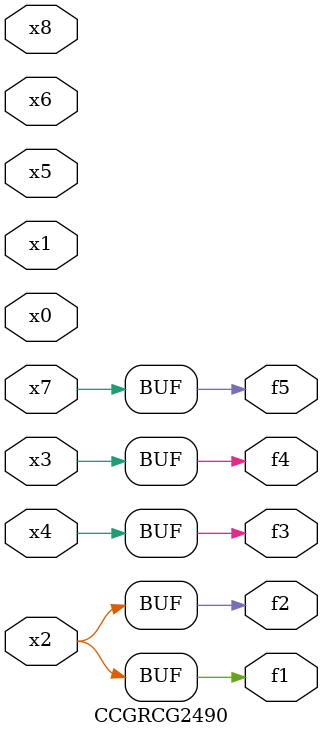
<source format=v>
module CCGRCG2490(
	input x0, x1, x2, x3, x4, x5, x6, x7, x8,
	output f1, f2, f3, f4, f5
);
	assign f1 = x2;
	assign f2 = x2;
	assign f3 = x4;
	assign f4 = x3;
	assign f5 = x7;
endmodule

</source>
